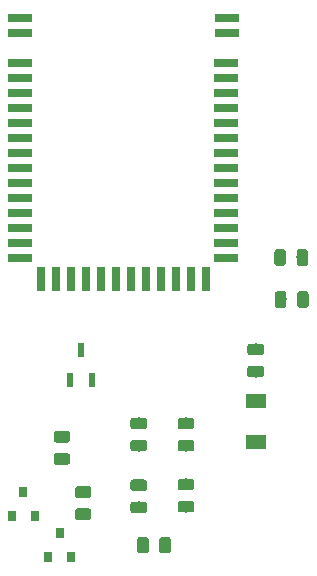
<source format=gbr>
G04 #@! TF.GenerationSoftware,KiCad,Pcbnew,(5.1.2-1)-1*
G04 #@! TF.CreationDate,2021-02-23T18:56:46+01:00*
G04 #@! TF.ProjectId,parasite,70617261-7369-4746-952e-6b696361645f,1.1.0*
G04 #@! TF.SameCoordinates,Original*
G04 #@! TF.FileFunction,Paste,Top*
G04 #@! TF.FilePolarity,Positive*
%FSLAX46Y46*%
G04 Gerber Fmt 4.6, Leading zero omitted, Abs format (unit mm)*
G04 Created by KiCad (PCBNEW (5.1.2-1)-1) date 2021-02-23 18:56:46*
%MOMM*%
%LPD*%
G04 APERTURE LIST*
%ADD10R,2.000000X0.800000*%
%ADD11R,0.800000X2.000000*%
%ADD12R,0.590000X1.210000*%
%ADD13C,0.100000*%
%ADD14C,0.975000*%
%ADD15R,0.800000X0.900000*%
%ADD16R,1.700000X1.300000*%
G04 APERTURE END LIST*
D10*
X124150000Y-50155000D03*
X124150000Y-48885000D03*
X124130000Y-52695000D03*
X124130000Y-53965000D03*
X124130000Y-55235000D03*
X124130000Y-56505000D03*
X124130000Y-57775000D03*
X124130000Y-59045000D03*
X124130000Y-60315000D03*
X124130000Y-61585000D03*
X124130000Y-62855000D03*
X124130000Y-64125000D03*
X124130000Y-65395000D03*
X124130000Y-66665000D03*
X124130000Y-67935000D03*
X124130000Y-69205000D03*
D11*
X122385000Y-70950000D03*
X121115000Y-70950000D03*
X119845000Y-70950000D03*
X118575000Y-70950000D03*
X117305000Y-70950000D03*
X116035000Y-70950000D03*
X114765000Y-70950000D03*
X113495000Y-70950000D03*
X112225000Y-70950000D03*
X110955000Y-70950000D03*
X109685000Y-70950000D03*
X108415000Y-70950000D03*
D10*
X106670000Y-69205000D03*
X106670000Y-67935000D03*
X106670000Y-66665000D03*
X106670000Y-65395000D03*
X106670000Y-64125000D03*
X106670000Y-62855000D03*
X106670000Y-61585000D03*
X106670000Y-60315000D03*
X106670000Y-59045000D03*
X106670000Y-57775000D03*
X106670000Y-56505000D03*
X106670000Y-55235000D03*
X106670000Y-53965000D03*
X106670000Y-52695000D03*
X106650000Y-50155000D03*
X106650000Y-48885000D03*
D12*
X111840000Y-76985000D03*
X112790000Y-79495000D03*
X110890000Y-79495000D03*
D13*
G36*
X130867642Y-72001174D02*
G01*
X130891303Y-72004684D01*
X130914507Y-72010496D01*
X130937029Y-72018554D01*
X130958653Y-72028782D01*
X130979170Y-72041079D01*
X130998383Y-72055329D01*
X131016107Y-72071393D01*
X131032171Y-72089117D01*
X131046421Y-72108330D01*
X131058718Y-72128847D01*
X131068946Y-72150471D01*
X131077004Y-72172993D01*
X131082816Y-72196197D01*
X131086326Y-72219858D01*
X131087500Y-72243750D01*
X131087500Y-73156250D01*
X131086326Y-73180142D01*
X131082816Y-73203803D01*
X131077004Y-73227007D01*
X131068946Y-73249529D01*
X131058718Y-73271153D01*
X131046421Y-73291670D01*
X131032171Y-73310883D01*
X131016107Y-73328607D01*
X130998383Y-73344671D01*
X130979170Y-73358921D01*
X130958653Y-73371218D01*
X130937029Y-73381446D01*
X130914507Y-73389504D01*
X130891303Y-73395316D01*
X130867642Y-73398826D01*
X130843750Y-73400000D01*
X130356250Y-73400000D01*
X130332358Y-73398826D01*
X130308697Y-73395316D01*
X130285493Y-73389504D01*
X130262971Y-73381446D01*
X130241347Y-73371218D01*
X130220830Y-73358921D01*
X130201617Y-73344671D01*
X130183893Y-73328607D01*
X130167829Y-73310883D01*
X130153579Y-73291670D01*
X130141282Y-73271153D01*
X130131054Y-73249529D01*
X130122996Y-73227007D01*
X130117184Y-73203803D01*
X130113674Y-73180142D01*
X130112500Y-73156250D01*
X130112500Y-72243750D01*
X130113674Y-72219858D01*
X130117184Y-72196197D01*
X130122996Y-72172993D01*
X130131054Y-72150471D01*
X130141282Y-72128847D01*
X130153579Y-72108330D01*
X130167829Y-72089117D01*
X130183893Y-72071393D01*
X130201617Y-72055329D01*
X130220830Y-72041079D01*
X130241347Y-72028782D01*
X130262971Y-72018554D01*
X130285493Y-72010496D01*
X130308697Y-72004684D01*
X130332358Y-72001174D01*
X130356250Y-72000000D01*
X130843750Y-72000000D01*
X130867642Y-72001174D01*
X130867642Y-72001174D01*
G37*
D14*
X130600000Y-72700000D03*
D13*
G36*
X128992642Y-72001174D02*
G01*
X129016303Y-72004684D01*
X129039507Y-72010496D01*
X129062029Y-72018554D01*
X129083653Y-72028782D01*
X129104170Y-72041079D01*
X129123383Y-72055329D01*
X129141107Y-72071393D01*
X129157171Y-72089117D01*
X129171421Y-72108330D01*
X129183718Y-72128847D01*
X129193946Y-72150471D01*
X129202004Y-72172993D01*
X129207816Y-72196197D01*
X129211326Y-72219858D01*
X129212500Y-72243750D01*
X129212500Y-73156250D01*
X129211326Y-73180142D01*
X129207816Y-73203803D01*
X129202004Y-73227007D01*
X129193946Y-73249529D01*
X129183718Y-73271153D01*
X129171421Y-73291670D01*
X129157171Y-73310883D01*
X129141107Y-73328607D01*
X129123383Y-73344671D01*
X129104170Y-73358921D01*
X129083653Y-73371218D01*
X129062029Y-73381446D01*
X129039507Y-73389504D01*
X129016303Y-73395316D01*
X128992642Y-73398826D01*
X128968750Y-73400000D01*
X128481250Y-73400000D01*
X128457358Y-73398826D01*
X128433697Y-73395316D01*
X128410493Y-73389504D01*
X128387971Y-73381446D01*
X128366347Y-73371218D01*
X128345830Y-73358921D01*
X128326617Y-73344671D01*
X128308893Y-73328607D01*
X128292829Y-73310883D01*
X128278579Y-73291670D01*
X128266282Y-73271153D01*
X128256054Y-73249529D01*
X128247996Y-73227007D01*
X128242184Y-73203803D01*
X128238674Y-73180142D01*
X128237500Y-73156250D01*
X128237500Y-72243750D01*
X128238674Y-72219858D01*
X128242184Y-72196197D01*
X128247996Y-72172993D01*
X128256054Y-72150471D01*
X128266282Y-72128847D01*
X128278579Y-72108330D01*
X128292829Y-72089117D01*
X128308893Y-72071393D01*
X128326617Y-72055329D01*
X128345830Y-72041079D01*
X128366347Y-72028782D01*
X128387971Y-72018554D01*
X128410493Y-72010496D01*
X128433697Y-72004684D01*
X128457358Y-72001174D01*
X128481250Y-72000000D01*
X128968750Y-72000000D01*
X128992642Y-72001174D01*
X128992642Y-72001174D01*
G37*
D14*
X128725000Y-72700000D03*
D13*
G36*
X130825142Y-68446174D02*
G01*
X130848803Y-68449684D01*
X130872007Y-68455496D01*
X130894529Y-68463554D01*
X130916153Y-68473782D01*
X130936670Y-68486079D01*
X130955883Y-68500329D01*
X130973607Y-68516393D01*
X130989671Y-68534117D01*
X131003921Y-68553330D01*
X131016218Y-68573847D01*
X131026446Y-68595471D01*
X131034504Y-68617993D01*
X131040316Y-68641197D01*
X131043826Y-68664858D01*
X131045000Y-68688750D01*
X131045000Y-69601250D01*
X131043826Y-69625142D01*
X131040316Y-69648803D01*
X131034504Y-69672007D01*
X131026446Y-69694529D01*
X131016218Y-69716153D01*
X131003921Y-69736670D01*
X130989671Y-69755883D01*
X130973607Y-69773607D01*
X130955883Y-69789671D01*
X130936670Y-69803921D01*
X130916153Y-69816218D01*
X130894529Y-69826446D01*
X130872007Y-69834504D01*
X130848803Y-69840316D01*
X130825142Y-69843826D01*
X130801250Y-69845000D01*
X130313750Y-69845000D01*
X130289858Y-69843826D01*
X130266197Y-69840316D01*
X130242993Y-69834504D01*
X130220471Y-69826446D01*
X130198847Y-69816218D01*
X130178330Y-69803921D01*
X130159117Y-69789671D01*
X130141393Y-69773607D01*
X130125329Y-69755883D01*
X130111079Y-69736670D01*
X130098782Y-69716153D01*
X130088554Y-69694529D01*
X130080496Y-69672007D01*
X130074684Y-69648803D01*
X130071174Y-69625142D01*
X130070000Y-69601250D01*
X130070000Y-68688750D01*
X130071174Y-68664858D01*
X130074684Y-68641197D01*
X130080496Y-68617993D01*
X130088554Y-68595471D01*
X130098782Y-68573847D01*
X130111079Y-68553330D01*
X130125329Y-68534117D01*
X130141393Y-68516393D01*
X130159117Y-68500329D01*
X130178330Y-68486079D01*
X130198847Y-68473782D01*
X130220471Y-68463554D01*
X130242993Y-68455496D01*
X130266197Y-68449684D01*
X130289858Y-68446174D01*
X130313750Y-68445000D01*
X130801250Y-68445000D01*
X130825142Y-68446174D01*
X130825142Y-68446174D01*
G37*
D14*
X130557500Y-69145000D03*
D13*
G36*
X128950142Y-68446174D02*
G01*
X128973803Y-68449684D01*
X128997007Y-68455496D01*
X129019529Y-68463554D01*
X129041153Y-68473782D01*
X129061670Y-68486079D01*
X129080883Y-68500329D01*
X129098607Y-68516393D01*
X129114671Y-68534117D01*
X129128921Y-68553330D01*
X129141218Y-68573847D01*
X129151446Y-68595471D01*
X129159504Y-68617993D01*
X129165316Y-68641197D01*
X129168826Y-68664858D01*
X129170000Y-68688750D01*
X129170000Y-69601250D01*
X129168826Y-69625142D01*
X129165316Y-69648803D01*
X129159504Y-69672007D01*
X129151446Y-69694529D01*
X129141218Y-69716153D01*
X129128921Y-69736670D01*
X129114671Y-69755883D01*
X129098607Y-69773607D01*
X129080883Y-69789671D01*
X129061670Y-69803921D01*
X129041153Y-69816218D01*
X129019529Y-69826446D01*
X128997007Y-69834504D01*
X128973803Y-69840316D01*
X128950142Y-69843826D01*
X128926250Y-69845000D01*
X128438750Y-69845000D01*
X128414858Y-69843826D01*
X128391197Y-69840316D01*
X128367993Y-69834504D01*
X128345471Y-69826446D01*
X128323847Y-69816218D01*
X128303330Y-69803921D01*
X128284117Y-69789671D01*
X128266393Y-69773607D01*
X128250329Y-69755883D01*
X128236079Y-69736670D01*
X128223782Y-69716153D01*
X128213554Y-69694529D01*
X128205496Y-69672007D01*
X128199684Y-69648803D01*
X128196174Y-69625142D01*
X128195000Y-69601250D01*
X128195000Y-68688750D01*
X128196174Y-68664858D01*
X128199684Y-68641197D01*
X128205496Y-68617993D01*
X128213554Y-68595471D01*
X128223782Y-68573847D01*
X128236079Y-68553330D01*
X128250329Y-68534117D01*
X128266393Y-68516393D01*
X128284117Y-68500329D01*
X128303330Y-68486079D01*
X128323847Y-68473782D01*
X128345471Y-68463554D01*
X128367993Y-68455496D01*
X128391197Y-68449684D01*
X128414858Y-68446174D01*
X128438750Y-68445000D01*
X128926250Y-68445000D01*
X128950142Y-68446174D01*
X128950142Y-68446174D01*
G37*
D14*
X128682500Y-69145000D03*
D15*
X110000000Y-92500000D03*
X110950000Y-94500000D03*
X109050000Y-94500000D03*
X106950000Y-89000000D03*
X107900000Y-91000000D03*
X106000000Y-91000000D03*
D13*
G36*
X119205142Y-92801174D02*
G01*
X119228803Y-92804684D01*
X119252007Y-92810496D01*
X119274529Y-92818554D01*
X119296153Y-92828782D01*
X119316670Y-92841079D01*
X119335883Y-92855329D01*
X119353607Y-92871393D01*
X119369671Y-92889117D01*
X119383921Y-92908330D01*
X119396218Y-92928847D01*
X119406446Y-92950471D01*
X119414504Y-92972993D01*
X119420316Y-92996197D01*
X119423826Y-93019858D01*
X119425000Y-93043750D01*
X119425000Y-93956250D01*
X119423826Y-93980142D01*
X119420316Y-94003803D01*
X119414504Y-94027007D01*
X119406446Y-94049529D01*
X119396218Y-94071153D01*
X119383921Y-94091670D01*
X119369671Y-94110883D01*
X119353607Y-94128607D01*
X119335883Y-94144671D01*
X119316670Y-94158921D01*
X119296153Y-94171218D01*
X119274529Y-94181446D01*
X119252007Y-94189504D01*
X119228803Y-94195316D01*
X119205142Y-94198826D01*
X119181250Y-94200000D01*
X118693750Y-94200000D01*
X118669858Y-94198826D01*
X118646197Y-94195316D01*
X118622993Y-94189504D01*
X118600471Y-94181446D01*
X118578847Y-94171218D01*
X118558330Y-94158921D01*
X118539117Y-94144671D01*
X118521393Y-94128607D01*
X118505329Y-94110883D01*
X118491079Y-94091670D01*
X118478782Y-94071153D01*
X118468554Y-94049529D01*
X118460496Y-94027007D01*
X118454684Y-94003803D01*
X118451174Y-93980142D01*
X118450000Y-93956250D01*
X118450000Y-93043750D01*
X118451174Y-93019858D01*
X118454684Y-92996197D01*
X118460496Y-92972993D01*
X118468554Y-92950471D01*
X118478782Y-92928847D01*
X118491079Y-92908330D01*
X118505329Y-92889117D01*
X118521393Y-92871393D01*
X118539117Y-92855329D01*
X118558330Y-92841079D01*
X118578847Y-92828782D01*
X118600471Y-92818554D01*
X118622993Y-92810496D01*
X118646197Y-92804684D01*
X118669858Y-92801174D01*
X118693750Y-92800000D01*
X119181250Y-92800000D01*
X119205142Y-92801174D01*
X119205142Y-92801174D01*
G37*
D14*
X118937500Y-93500000D03*
D13*
G36*
X117330142Y-92801174D02*
G01*
X117353803Y-92804684D01*
X117377007Y-92810496D01*
X117399529Y-92818554D01*
X117421153Y-92828782D01*
X117441670Y-92841079D01*
X117460883Y-92855329D01*
X117478607Y-92871393D01*
X117494671Y-92889117D01*
X117508921Y-92908330D01*
X117521218Y-92928847D01*
X117531446Y-92950471D01*
X117539504Y-92972993D01*
X117545316Y-92996197D01*
X117548826Y-93019858D01*
X117550000Y-93043750D01*
X117550000Y-93956250D01*
X117548826Y-93980142D01*
X117545316Y-94003803D01*
X117539504Y-94027007D01*
X117531446Y-94049529D01*
X117521218Y-94071153D01*
X117508921Y-94091670D01*
X117494671Y-94110883D01*
X117478607Y-94128607D01*
X117460883Y-94144671D01*
X117441670Y-94158921D01*
X117421153Y-94171218D01*
X117399529Y-94181446D01*
X117377007Y-94189504D01*
X117353803Y-94195316D01*
X117330142Y-94198826D01*
X117306250Y-94200000D01*
X116818750Y-94200000D01*
X116794858Y-94198826D01*
X116771197Y-94195316D01*
X116747993Y-94189504D01*
X116725471Y-94181446D01*
X116703847Y-94171218D01*
X116683330Y-94158921D01*
X116664117Y-94144671D01*
X116646393Y-94128607D01*
X116630329Y-94110883D01*
X116616079Y-94091670D01*
X116603782Y-94071153D01*
X116593554Y-94049529D01*
X116585496Y-94027007D01*
X116579684Y-94003803D01*
X116576174Y-93980142D01*
X116575000Y-93956250D01*
X116575000Y-93043750D01*
X116576174Y-93019858D01*
X116579684Y-92996197D01*
X116585496Y-92972993D01*
X116593554Y-92950471D01*
X116603782Y-92928847D01*
X116616079Y-92908330D01*
X116630329Y-92889117D01*
X116646393Y-92871393D01*
X116664117Y-92855329D01*
X116683330Y-92841079D01*
X116703847Y-92828782D01*
X116725471Y-92818554D01*
X116747993Y-92810496D01*
X116771197Y-92804684D01*
X116794858Y-92801174D01*
X116818750Y-92800000D01*
X117306250Y-92800000D01*
X117330142Y-92801174D01*
X117330142Y-92801174D01*
G37*
D14*
X117062500Y-93500000D03*
D13*
G36*
X121180142Y-82713674D02*
G01*
X121203803Y-82717184D01*
X121227007Y-82722996D01*
X121249529Y-82731054D01*
X121271153Y-82741282D01*
X121291670Y-82753579D01*
X121310883Y-82767829D01*
X121328607Y-82783893D01*
X121344671Y-82801617D01*
X121358921Y-82820830D01*
X121371218Y-82841347D01*
X121381446Y-82862971D01*
X121389504Y-82885493D01*
X121395316Y-82908697D01*
X121398826Y-82932358D01*
X121400000Y-82956250D01*
X121400000Y-83443750D01*
X121398826Y-83467642D01*
X121395316Y-83491303D01*
X121389504Y-83514507D01*
X121381446Y-83537029D01*
X121371218Y-83558653D01*
X121358921Y-83579170D01*
X121344671Y-83598383D01*
X121328607Y-83616107D01*
X121310883Y-83632171D01*
X121291670Y-83646421D01*
X121271153Y-83658718D01*
X121249529Y-83668946D01*
X121227007Y-83677004D01*
X121203803Y-83682816D01*
X121180142Y-83686326D01*
X121156250Y-83687500D01*
X120243750Y-83687500D01*
X120219858Y-83686326D01*
X120196197Y-83682816D01*
X120172993Y-83677004D01*
X120150471Y-83668946D01*
X120128847Y-83658718D01*
X120108330Y-83646421D01*
X120089117Y-83632171D01*
X120071393Y-83616107D01*
X120055329Y-83598383D01*
X120041079Y-83579170D01*
X120028782Y-83558653D01*
X120018554Y-83537029D01*
X120010496Y-83514507D01*
X120004684Y-83491303D01*
X120001174Y-83467642D01*
X120000000Y-83443750D01*
X120000000Y-82956250D01*
X120001174Y-82932358D01*
X120004684Y-82908697D01*
X120010496Y-82885493D01*
X120018554Y-82862971D01*
X120028782Y-82841347D01*
X120041079Y-82820830D01*
X120055329Y-82801617D01*
X120071393Y-82783893D01*
X120089117Y-82767829D01*
X120108330Y-82753579D01*
X120128847Y-82741282D01*
X120150471Y-82731054D01*
X120172993Y-82722996D01*
X120196197Y-82717184D01*
X120219858Y-82713674D01*
X120243750Y-82712500D01*
X121156250Y-82712500D01*
X121180142Y-82713674D01*
X121180142Y-82713674D01*
G37*
D14*
X120700000Y-83200000D03*
D13*
G36*
X121180142Y-84588674D02*
G01*
X121203803Y-84592184D01*
X121227007Y-84597996D01*
X121249529Y-84606054D01*
X121271153Y-84616282D01*
X121291670Y-84628579D01*
X121310883Y-84642829D01*
X121328607Y-84658893D01*
X121344671Y-84676617D01*
X121358921Y-84695830D01*
X121371218Y-84716347D01*
X121381446Y-84737971D01*
X121389504Y-84760493D01*
X121395316Y-84783697D01*
X121398826Y-84807358D01*
X121400000Y-84831250D01*
X121400000Y-85318750D01*
X121398826Y-85342642D01*
X121395316Y-85366303D01*
X121389504Y-85389507D01*
X121381446Y-85412029D01*
X121371218Y-85433653D01*
X121358921Y-85454170D01*
X121344671Y-85473383D01*
X121328607Y-85491107D01*
X121310883Y-85507171D01*
X121291670Y-85521421D01*
X121271153Y-85533718D01*
X121249529Y-85543946D01*
X121227007Y-85552004D01*
X121203803Y-85557816D01*
X121180142Y-85561326D01*
X121156250Y-85562500D01*
X120243750Y-85562500D01*
X120219858Y-85561326D01*
X120196197Y-85557816D01*
X120172993Y-85552004D01*
X120150471Y-85543946D01*
X120128847Y-85533718D01*
X120108330Y-85521421D01*
X120089117Y-85507171D01*
X120071393Y-85491107D01*
X120055329Y-85473383D01*
X120041079Y-85454170D01*
X120028782Y-85433653D01*
X120018554Y-85412029D01*
X120010496Y-85389507D01*
X120004684Y-85366303D01*
X120001174Y-85342642D01*
X120000000Y-85318750D01*
X120000000Y-84831250D01*
X120001174Y-84807358D01*
X120004684Y-84783697D01*
X120010496Y-84760493D01*
X120018554Y-84737971D01*
X120028782Y-84716347D01*
X120041079Y-84695830D01*
X120055329Y-84676617D01*
X120071393Y-84658893D01*
X120089117Y-84642829D01*
X120108330Y-84628579D01*
X120128847Y-84616282D01*
X120150471Y-84606054D01*
X120172993Y-84597996D01*
X120196197Y-84592184D01*
X120219858Y-84588674D01*
X120243750Y-84587500D01*
X121156250Y-84587500D01*
X121180142Y-84588674D01*
X121180142Y-84588674D01*
G37*
D14*
X120700000Y-85075000D03*
D16*
X126600000Y-84800000D03*
X126600000Y-81300000D03*
D13*
G36*
X127080142Y-76438674D02*
G01*
X127103803Y-76442184D01*
X127127007Y-76447996D01*
X127149529Y-76456054D01*
X127171153Y-76466282D01*
X127191670Y-76478579D01*
X127210883Y-76492829D01*
X127228607Y-76508893D01*
X127244671Y-76526617D01*
X127258921Y-76545830D01*
X127271218Y-76566347D01*
X127281446Y-76587971D01*
X127289504Y-76610493D01*
X127295316Y-76633697D01*
X127298826Y-76657358D01*
X127300000Y-76681250D01*
X127300000Y-77168750D01*
X127298826Y-77192642D01*
X127295316Y-77216303D01*
X127289504Y-77239507D01*
X127281446Y-77262029D01*
X127271218Y-77283653D01*
X127258921Y-77304170D01*
X127244671Y-77323383D01*
X127228607Y-77341107D01*
X127210883Y-77357171D01*
X127191670Y-77371421D01*
X127171153Y-77383718D01*
X127149529Y-77393946D01*
X127127007Y-77402004D01*
X127103803Y-77407816D01*
X127080142Y-77411326D01*
X127056250Y-77412500D01*
X126143750Y-77412500D01*
X126119858Y-77411326D01*
X126096197Y-77407816D01*
X126072993Y-77402004D01*
X126050471Y-77393946D01*
X126028847Y-77383718D01*
X126008330Y-77371421D01*
X125989117Y-77357171D01*
X125971393Y-77341107D01*
X125955329Y-77323383D01*
X125941079Y-77304170D01*
X125928782Y-77283653D01*
X125918554Y-77262029D01*
X125910496Y-77239507D01*
X125904684Y-77216303D01*
X125901174Y-77192642D01*
X125900000Y-77168750D01*
X125900000Y-76681250D01*
X125901174Y-76657358D01*
X125904684Y-76633697D01*
X125910496Y-76610493D01*
X125918554Y-76587971D01*
X125928782Y-76566347D01*
X125941079Y-76545830D01*
X125955329Y-76526617D01*
X125971393Y-76508893D01*
X125989117Y-76492829D01*
X126008330Y-76478579D01*
X126028847Y-76466282D01*
X126050471Y-76456054D01*
X126072993Y-76447996D01*
X126096197Y-76442184D01*
X126119858Y-76438674D01*
X126143750Y-76437500D01*
X127056250Y-76437500D01*
X127080142Y-76438674D01*
X127080142Y-76438674D01*
G37*
D14*
X126600000Y-76925000D03*
D13*
G36*
X127080142Y-78313674D02*
G01*
X127103803Y-78317184D01*
X127127007Y-78322996D01*
X127149529Y-78331054D01*
X127171153Y-78341282D01*
X127191670Y-78353579D01*
X127210883Y-78367829D01*
X127228607Y-78383893D01*
X127244671Y-78401617D01*
X127258921Y-78420830D01*
X127271218Y-78441347D01*
X127281446Y-78462971D01*
X127289504Y-78485493D01*
X127295316Y-78508697D01*
X127298826Y-78532358D01*
X127300000Y-78556250D01*
X127300000Y-79043750D01*
X127298826Y-79067642D01*
X127295316Y-79091303D01*
X127289504Y-79114507D01*
X127281446Y-79137029D01*
X127271218Y-79158653D01*
X127258921Y-79179170D01*
X127244671Y-79198383D01*
X127228607Y-79216107D01*
X127210883Y-79232171D01*
X127191670Y-79246421D01*
X127171153Y-79258718D01*
X127149529Y-79268946D01*
X127127007Y-79277004D01*
X127103803Y-79282816D01*
X127080142Y-79286326D01*
X127056250Y-79287500D01*
X126143750Y-79287500D01*
X126119858Y-79286326D01*
X126096197Y-79282816D01*
X126072993Y-79277004D01*
X126050471Y-79268946D01*
X126028847Y-79258718D01*
X126008330Y-79246421D01*
X125989117Y-79232171D01*
X125971393Y-79216107D01*
X125955329Y-79198383D01*
X125941079Y-79179170D01*
X125928782Y-79158653D01*
X125918554Y-79137029D01*
X125910496Y-79114507D01*
X125904684Y-79091303D01*
X125901174Y-79067642D01*
X125900000Y-79043750D01*
X125900000Y-78556250D01*
X125901174Y-78532358D01*
X125904684Y-78508697D01*
X125910496Y-78485493D01*
X125918554Y-78462971D01*
X125928782Y-78441347D01*
X125941079Y-78420830D01*
X125955329Y-78401617D01*
X125971393Y-78383893D01*
X125989117Y-78367829D01*
X126008330Y-78353579D01*
X126028847Y-78341282D01*
X126050471Y-78331054D01*
X126072993Y-78322996D01*
X126096197Y-78317184D01*
X126119858Y-78313674D01*
X126143750Y-78312500D01*
X127056250Y-78312500D01*
X127080142Y-78313674D01*
X127080142Y-78313674D01*
G37*
D14*
X126600000Y-78800000D03*
D13*
G36*
X110680142Y-83838674D02*
G01*
X110703803Y-83842184D01*
X110727007Y-83847996D01*
X110749529Y-83856054D01*
X110771153Y-83866282D01*
X110791670Y-83878579D01*
X110810883Y-83892829D01*
X110828607Y-83908893D01*
X110844671Y-83926617D01*
X110858921Y-83945830D01*
X110871218Y-83966347D01*
X110881446Y-83987971D01*
X110889504Y-84010493D01*
X110895316Y-84033697D01*
X110898826Y-84057358D01*
X110900000Y-84081250D01*
X110900000Y-84568750D01*
X110898826Y-84592642D01*
X110895316Y-84616303D01*
X110889504Y-84639507D01*
X110881446Y-84662029D01*
X110871218Y-84683653D01*
X110858921Y-84704170D01*
X110844671Y-84723383D01*
X110828607Y-84741107D01*
X110810883Y-84757171D01*
X110791670Y-84771421D01*
X110771153Y-84783718D01*
X110749529Y-84793946D01*
X110727007Y-84802004D01*
X110703803Y-84807816D01*
X110680142Y-84811326D01*
X110656250Y-84812500D01*
X109743750Y-84812500D01*
X109719858Y-84811326D01*
X109696197Y-84807816D01*
X109672993Y-84802004D01*
X109650471Y-84793946D01*
X109628847Y-84783718D01*
X109608330Y-84771421D01*
X109589117Y-84757171D01*
X109571393Y-84741107D01*
X109555329Y-84723383D01*
X109541079Y-84704170D01*
X109528782Y-84683653D01*
X109518554Y-84662029D01*
X109510496Y-84639507D01*
X109504684Y-84616303D01*
X109501174Y-84592642D01*
X109500000Y-84568750D01*
X109500000Y-84081250D01*
X109501174Y-84057358D01*
X109504684Y-84033697D01*
X109510496Y-84010493D01*
X109518554Y-83987971D01*
X109528782Y-83966347D01*
X109541079Y-83945830D01*
X109555329Y-83926617D01*
X109571393Y-83908893D01*
X109589117Y-83892829D01*
X109608330Y-83878579D01*
X109628847Y-83866282D01*
X109650471Y-83856054D01*
X109672993Y-83847996D01*
X109696197Y-83842184D01*
X109719858Y-83838674D01*
X109743750Y-83837500D01*
X110656250Y-83837500D01*
X110680142Y-83838674D01*
X110680142Y-83838674D01*
G37*
D14*
X110200000Y-84325000D03*
D13*
G36*
X110680142Y-85713674D02*
G01*
X110703803Y-85717184D01*
X110727007Y-85722996D01*
X110749529Y-85731054D01*
X110771153Y-85741282D01*
X110791670Y-85753579D01*
X110810883Y-85767829D01*
X110828607Y-85783893D01*
X110844671Y-85801617D01*
X110858921Y-85820830D01*
X110871218Y-85841347D01*
X110881446Y-85862971D01*
X110889504Y-85885493D01*
X110895316Y-85908697D01*
X110898826Y-85932358D01*
X110900000Y-85956250D01*
X110900000Y-86443750D01*
X110898826Y-86467642D01*
X110895316Y-86491303D01*
X110889504Y-86514507D01*
X110881446Y-86537029D01*
X110871218Y-86558653D01*
X110858921Y-86579170D01*
X110844671Y-86598383D01*
X110828607Y-86616107D01*
X110810883Y-86632171D01*
X110791670Y-86646421D01*
X110771153Y-86658718D01*
X110749529Y-86668946D01*
X110727007Y-86677004D01*
X110703803Y-86682816D01*
X110680142Y-86686326D01*
X110656250Y-86687500D01*
X109743750Y-86687500D01*
X109719858Y-86686326D01*
X109696197Y-86682816D01*
X109672993Y-86677004D01*
X109650471Y-86668946D01*
X109628847Y-86658718D01*
X109608330Y-86646421D01*
X109589117Y-86632171D01*
X109571393Y-86616107D01*
X109555329Y-86598383D01*
X109541079Y-86579170D01*
X109528782Y-86558653D01*
X109518554Y-86537029D01*
X109510496Y-86514507D01*
X109504684Y-86491303D01*
X109501174Y-86467642D01*
X109500000Y-86443750D01*
X109500000Y-85956250D01*
X109501174Y-85932358D01*
X109504684Y-85908697D01*
X109510496Y-85885493D01*
X109518554Y-85862971D01*
X109528782Y-85841347D01*
X109541079Y-85820830D01*
X109555329Y-85801617D01*
X109571393Y-85783893D01*
X109589117Y-85767829D01*
X109608330Y-85753579D01*
X109628847Y-85741282D01*
X109650471Y-85731054D01*
X109672993Y-85722996D01*
X109696197Y-85717184D01*
X109719858Y-85713674D01*
X109743750Y-85712500D01*
X110656250Y-85712500D01*
X110680142Y-85713674D01*
X110680142Y-85713674D01*
G37*
D14*
X110200000Y-86200000D03*
D13*
G36*
X121180142Y-87876174D02*
G01*
X121203803Y-87879684D01*
X121227007Y-87885496D01*
X121249529Y-87893554D01*
X121271153Y-87903782D01*
X121291670Y-87916079D01*
X121310883Y-87930329D01*
X121328607Y-87946393D01*
X121344671Y-87964117D01*
X121358921Y-87983330D01*
X121371218Y-88003847D01*
X121381446Y-88025471D01*
X121389504Y-88047993D01*
X121395316Y-88071197D01*
X121398826Y-88094858D01*
X121400000Y-88118750D01*
X121400000Y-88606250D01*
X121398826Y-88630142D01*
X121395316Y-88653803D01*
X121389504Y-88677007D01*
X121381446Y-88699529D01*
X121371218Y-88721153D01*
X121358921Y-88741670D01*
X121344671Y-88760883D01*
X121328607Y-88778607D01*
X121310883Y-88794671D01*
X121291670Y-88808921D01*
X121271153Y-88821218D01*
X121249529Y-88831446D01*
X121227007Y-88839504D01*
X121203803Y-88845316D01*
X121180142Y-88848826D01*
X121156250Y-88850000D01*
X120243750Y-88850000D01*
X120219858Y-88848826D01*
X120196197Y-88845316D01*
X120172993Y-88839504D01*
X120150471Y-88831446D01*
X120128847Y-88821218D01*
X120108330Y-88808921D01*
X120089117Y-88794671D01*
X120071393Y-88778607D01*
X120055329Y-88760883D01*
X120041079Y-88741670D01*
X120028782Y-88721153D01*
X120018554Y-88699529D01*
X120010496Y-88677007D01*
X120004684Y-88653803D01*
X120001174Y-88630142D01*
X120000000Y-88606250D01*
X120000000Y-88118750D01*
X120001174Y-88094858D01*
X120004684Y-88071197D01*
X120010496Y-88047993D01*
X120018554Y-88025471D01*
X120028782Y-88003847D01*
X120041079Y-87983330D01*
X120055329Y-87964117D01*
X120071393Y-87946393D01*
X120089117Y-87930329D01*
X120108330Y-87916079D01*
X120128847Y-87903782D01*
X120150471Y-87893554D01*
X120172993Y-87885496D01*
X120196197Y-87879684D01*
X120219858Y-87876174D01*
X120243750Y-87875000D01*
X121156250Y-87875000D01*
X121180142Y-87876174D01*
X121180142Y-87876174D01*
G37*
D14*
X120700000Y-88362500D03*
D13*
G36*
X121180142Y-89751174D02*
G01*
X121203803Y-89754684D01*
X121227007Y-89760496D01*
X121249529Y-89768554D01*
X121271153Y-89778782D01*
X121291670Y-89791079D01*
X121310883Y-89805329D01*
X121328607Y-89821393D01*
X121344671Y-89839117D01*
X121358921Y-89858330D01*
X121371218Y-89878847D01*
X121381446Y-89900471D01*
X121389504Y-89922993D01*
X121395316Y-89946197D01*
X121398826Y-89969858D01*
X121400000Y-89993750D01*
X121400000Y-90481250D01*
X121398826Y-90505142D01*
X121395316Y-90528803D01*
X121389504Y-90552007D01*
X121381446Y-90574529D01*
X121371218Y-90596153D01*
X121358921Y-90616670D01*
X121344671Y-90635883D01*
X121328607Y-90653607D01*
X121310883Y-90669671D01*
X121291670Y-90683921D01*
X121271153Y-90696218D01*
X121249529Y-90706446D01*
X121227007Y-90714504D01*
X121203803Y-90720316D01*
X121180142Y-90723826D01*
X121156250Y-90725000D01*
X120243750Y-90725000D01*
X120219858Y-90723826D01*
X120196197Y-90720316D01*
X120172993Y-90714504D01*
X120150471Y-90706446D01*
X120128847Y-90696218D01*
X120108330Y-90683921D01*
X120089117Y-90669671D01*
X120071393Y-90653607D01*
X120055329Y-90635883D01*
X120041079Y-90616670D01*
X120028782Y-90596153D01*
X120018554Y-90574529D01*
X120010496Y-90552007D01*
X120004684Y-90528803D01*
X120001174Y-90505142D01*
X120000000Y-90481250D01*
X120000000Y-89993750D01*
X120001174Y-89969858D01*
X120004684Y-89946197D01*
X120010496Y-89922993D01*
X120018554Y-89900471D01*
X120028782Y-89878847D01*
X120041079Y-89858330D01*
X120055329Y-89839117D01*
X120071393Y-89821393D01*
X120089117Y-89805329D01*
X120108330Y-89791079D01*
X120128847Y-89778782D01*
X120150471Y-89768554D01*
X120172993Y-89760496D01*
X120196197Y-89754684D01*
X120219858Y-89751174D01*
X120243750Y-89750000D01*
X121156250Y-89750000D01*
X121180142Y-89751174D01*
X121180142Y-89751174D01*
G37*
D14*
X120700000Y-90237500D03*
D13*
G36*
X112480142Y-88513674D02*
G01*
X112503803Y-88517184D01*
X112527007Y-88522996D01*
X112549529Y-88531054D01*
X112571153Y-88541282D01*
X112591670Y-88553579D01*
X112610883Y-88567829D01*
X112628607Y-88583893D01*
X112644671Y-88601617D01*
X112658921Y-88620830D01*
X112671218Y-88641347D01*
X112681446Y-88662971D01*
X112689504Y-88685493D01*
X112695316Y-88708697D01*
X112698826Y-88732358D01*
X112700000Y-88756250D01*
X112700000Y-89243750D01*
X112698826Y-89267642D01*
X112695316Y-89291303D01*
X112689504Y-89314507D01*
X112681446Y-89337029D01*
X112671218Y-89358653D01*
X112658921Y-89379170D01*
X112644671Y-89398383D01*
X112628607Y-89416107D01*
X112610883Y-89432171D01*
X112591670Y-89446421D01*
X112571153Y-89458718D01*
X112549529Y-89468946D01*
X112527007Y-89477004D01*
X112503803Y-89482816D01*
X112480142Y-89486326D01*
X112456250Y-89487500D01*
X111543750Y-89487500D01*
X111519858Y-89486326D01*
X111496197Y-89482816D01*
X111472993Y-89477004D01*
X111450471Y-89468946D01*
X111428847Y-89458718D01*
X111408330Y-89446421D01*
X111389117Y-89432171D01*
X111371393Y-89416107D01*
X111355329Y-89398383D01*
X111341079Y-89379170D01*
X111328782Y-89358653D01*
X111318554Y-89337029D01*
X111310496Y-89314507D01*
X111304684Y-89291303D01*
X111301174Y-89267642D01*
X111300000Y-89243750D01*
X111300000Y-88756250D01*
X111301174Y-88732358D01*
X111304684Y-88708697D01*
X111310496Y-88685493D01*
X111318554Y-88662971D01*
X111328782Y-88641347D01*
X111341079Y-88620830D01*
X111355329Y-88601617D01*
X111371393Y-88583893D01*
X111389117Y-88567829D01*
X111408330Y-88553579D01*
X111428847Y-88541282D01*
X111450471Y-88531054D01*
X111472993Y-88522996D01*
X111496197Y-88517184D01*
X111519858Y-88513674D01*
X111543750Y-88512500D01*
X112456250Y-88512500D01*
X112480142Y-88513674D01*
X112480142Y-88513674D01*
G37*
D14*
X112000000Y-89000000D03*
D13*
G36*
X112480142Y-90388674D02*
G01*
X112503803Y-90392184D01*
X112527007Y-90397996D01*
X112549529Y-90406054D01*
X112571153Y-90416282D01*
X112591670Y-90428579D01*
X112610883Y-90442829D01*
X112628607Y-90458893D01*
X112644671Y-90476617D01*
X112658921Y-90495830D01*
X112671218Y-90516347D01*
X112681446Y-90537971D01*
X112689504Y-90560493D01*
X112695316Y-90583697D01*
X112698826Y-90607358D01*
X112700000Y-90631250D01*
X112700000Y-91118750D01*
X112698826Y-91142642D01*
X112695316Y-91166303D01*
X112689504Y-91189507D01*
X112681446Y-91212029D01*
X112671218Y-91233653D01*
X112658921Y-91254170D01*
X112644671Y-91273383D01*
X112628607Y-91291107D01*
X112610883Y-91307171D01*
X112591670Y-91321421D01*
X112571153Y-91333718D01*
X112549529Y-91343946D01*
X112527007Y-91352004D01*
X112503803Y-91357816D01*
X112480142Y-91361326D01*
X112456250Y-91362500D01*
X111543750Y-91362500D01*
X111519858Y-91361326D01*
X111496197Y-91357816D01*
X111472993Y-91352004D01*
X111450471Y-91343946D01*
X111428847Y-91333718D01*
X111408330Y-91321421D01*
X111389117Y-91307171D01*
X111371393Y-91291107D01*
X111355329Y-91273383D01*
X111341079Y-91254170D01*
X111328782Y-91233653D01*
X111318554Y-91212029D01*
X111310496Y-91189507D01*
X111304684Y-91166303D01*
X111301174Y-91142642D01*
X111300000Y-91118750D01*
X111300000Y-90631250D01*
X111301174Y-90607358D01*
X111304684Y-90583697D01*
X111310496Y-90560493D01*
X111318554Y-90537971D01*
X111328782Y-90516347D01*
X111341079Y-90495830D01*
X111355329Y-90476617D01*
X111371393Y-90458893D01*
X111389117Y-90442829D01*
X111408330Y-90428579D01*
X111428847Y-90416282D01*
X111450471Y-90406054D01*
X111472993Y-90397996D01*
X111496197Y-90392184D01*
X111519858Y-90388674D01*
X111543750Y-90387500D01*
X112456250Y-90387500D01*
X112480142Y-90388674D01*
X112480142Y-90388674D01*
G37*
D14*
X112000000Y-90875000D03*
D13*
G36*
X117180142Y-84588674D02*
G01*
X117203803Y-84592184D01*
X117227007Y-84597996D01*
X117249529Y-84606054D01*
X117271153Y-84616282D01*
X117291670Y-84628579D01*
X117310883Y-84642829D01*
X117328607Y-84658893D01*
X117344671Y-84676617D01*
X117358921Y-84695830D01*
X117371218Y-84716347D01*
X117381446Y-84737971D01*
X117389504Y-84760493D01*
X117395316Y-84783697D01*
X117398826Y-84807358D01*
X117400000Y-84831250D01*
X117400000Y-85318750D01*
X117398826Y-85342642D01*
X117395316Y-85366303D01*
X117389504Y-85389507D01*
X117381446Y-85412029D01*
X117371218Y-85433653D01*
X117358921Y-85454170D01*
X117344671Y-85473383D01*
X117328607Y-85491107D01*
X117310883Y-85507171D01*
X117291670Y-85521421D01*
X117271153Y-85533718D01*
X117249529Y-85543946D01*
X117227007Y-85552004D01*
X117203803Y-85557816D01*
X117180142Y-85561326D01*
X117156250Y-85562500D01*
X116243750Y-85562500D01*
X116219858Y-85561326D01*
X116196197Y-85557816D01*
X116172993Y-85552004D01*
X116150471Y-85543946D01*
X116128847Y-85533718D01*
X116108330Y-85521421D01*
X116089117Y-85507171D01*
X116071393Y-85491107D01*
X116055329Y-85473383D01*
X116041079Y-85454170D01*
X116028782Y-85433653D01*
X116018554Y-85412029D01*
X116010496Y-85389507D01*
X116004684Y-85366303D01*
X116001174Y-85342642D01*
X116000000Y-85318750D01*
X116000000Y-84831250D01*
X116001174Y-84807358D01*
X116004684Y-84783697D01*
X116010496Y-84760493D01*
X116018554Y-84737971D01*
X116028782Y-84716347D01*
X116041079Y-84695830D01*
X116055329Y-84676617D01*
X116071393Y-84658893D01*
X116089117Y-84642829D01*
X116108330Y-84628579D01*
X116128847Y-84616282D01*
X116150471Y-84606054D01*
X116172993Y-84597996D01*
X116196197Y-84592184D01*
X116219858Y-84588674D01*
X116243750Y-84587500D01*
X117156250Y-84587500D01*
X117180142Y-84588674D01*
X117180142Y-84588674D01*
G37*
D14*
X116700000Y-85075000D03*
D13*
G36*
X117180142Y-82713674D02*
G01*
X117203803Y-82717184D01*
X117227007Y-82722996D01*
X117249529Y-82731054D01*
X117271153Y-82741282D01*
X117291670Y-82753579D01*
X117310883Y-82767829D01*
X117328607Y-82783893D01*
X117344671Y-82801617D01*
X117358921Y-82820830D01*
X117371218Y-82841347D01*
X117381446Y-82862971D01*
X117389504Y-82885493D01*
X117395316Y-82908697D01*
X117398826Y-82932358D01*
X117400000Y-82956250D01*
X117400000Y-83443750D01*
X117398826Y-83467642D01*
X117395316Y-83491303D01*
X117389504Y-83514507D01*
X117381446Y-83537029D01*
X117371218Y-83558653D01*
X117358921Y-83579170D01*
X117344671Y-83598383D01*
X117328607Y-83616107D01*
X117310883Y-83632171D01*
X117291670Y-83646421D01*
X117271153Y-83658718D01*
X117249529Y-83668946D01*
X117227007Y-83677004D01*
X117203803Y-83682816D01*
X117180142Y-83686326D01*
X117156250Y-83687500D01*
X116243750Y-83687500D01*
X116219858Y-83686326D01*
X116196197Y-83682816D01*
X116172993Y-83677004D01*
X116150471Y-83668946D01*
X116128847Y-83658718D01*
X116108330Y-83646421D01*
X116089117Y-83632171D01*
X116071393Y-83616107D01*
X116055329Y-83598383D01*
X116041079Y-83579170D01*
X116028782Y-83558653D01*
X116018554Y-83537029D01*
X116010496Y-83514507D01*
X116004684Y-83491303D01*
X116001174Y-83467642D01*
X116000000Y-83443750D01*
X116000000Y-82956250D01*
X116001174Y-82932358D01*
X116004684Y-82908697D01*
X116010496Y-82885493D01*
X116018554Y-82862971D01*
X116028782Y-82841347D01*
X116041079Y-82820830D01*
X116055329Y-82801617D01*
X116071393Y-82783893D01*
X116089117Y-82767829D01*
X116108330Y-82753579D01*
X116128847Y-82741282D01*
X116150471Y-82731054D01*
X116172993Y-82722996D01*
X116196197Y-82717184D01*
X116219858Y-82713674D01*
X116243750Y-82712500D01*
X117156250Y-82712500D01*
X117180142Y-82713674D01*
X117180142Y-82713674D01*
G37*
D14*
X116700000Y-83200000D03*
D13*
G36*
X117180142Y-89813674D02*
G01*
X117203803Y-89817184D01*
X117227007Y-89822996D01*
X117249529Y-89831054D01*
X117271153Y-89841282D01*
X117291670Y-89853579D01*
X117310883Y-89867829D01*
X117328607Y-89883893D01*
X117344671Y-89901617D01*
X117358921Y-89920830D01*
X117371218Y-89941347D01*
X117381446Y-89962971D01*
X117389504Y-89985493D01*
X117395316Y-90008697D01*
X117398826Y-90032358D01*
X117400000Y-90056250D01*
X117400000Y-90543750D01*
X117398826Y-90567642D01*
X117395316Y-90591303D01*
X117389504Y-90614507D01*
X117381446Y-90637029D01*
X117371218Y-90658653D01*
X117358921Y-90679170D01*
X117344671Y-90698383D01*
X117328607Y-90716107D01*
X117310883Y-90732171D01*
X117291670Y-90746421D01*
X117271153Y-90758718D01*
X117249529Y-90768946D01*
X117227007Y-90777004D01*
X117203803Y-90782816D01*
X117180142Y-90786326D01*
X117156250Y-90787500D01*
X116243750Y-90787500D01*
X116219858Y-90786326D01*
X116196197Y-90782816D01*
X116172993Y-90777004D01*
X116150471Y-90768946D01*
X116128847Y-90758718D01*
X116108330Y-90746421D01*
X116089117Y-90732171D01*
X116071393Y-90716107D01*
X116055329Y-90698383D01*
X116041079Y-90679170D01*
X116028782Y-90658653D01*
X116018554Y-90637029D01*
X116010496Y-90614507D01*
X116004684Y-90591303D01*
X116001174Y-90567642D01*
X116000000Y-90543750D01*
X116000000Y-90056250D01*
X116001174Y-90032358D01*
X116004684Y-90008697D01*
X116010496Y-89985493D01*
X116018554Y-89962971D01*
X116028782Y-89941347D01*
X116041079Y-89920830D01*
X116055329Y-89901617D01*
X116071393Y-89883893D01*
X116089117Y-89867829D01*
X116108330Y-89853579D01*
X116128847Y-89841282D01*
X116150471Y-89831054D01*
X116172993Y-89822996D01*
X116196197Y-89817184D01*
X116219858Y-89813674D01*
X116243750Y-89812500D01*
X117156250Y-89812500D01*
X117180142Y-89813674D01*
X117180142Y-89813674D01*
G37*
D14*
X116700000Y-90300000D03*
D13*
G36*
X117180142Y-87938674D02*
G01*
X117203803Y-87942184D01*
X117227007Y-87947996D01*
X117249529Y-87956054D01*
X117271153Y-87966282D01*
X117291670Y-87978579D01*
X117310883Y-87992829D01*
X117328607Y-88008893D01*
X117344671Y-88026617D01*
X117358921Y-88045830D01*
X117371218Y-88066347D01*
X117381446Y-88087971D01*
X117389504Y-88110493D01*
X117395316Y-88133697D01*
X117398826Y-88157358D01*
X117400000Y-88181250D01*
X117400000Y-88668750D01*
X117398826Y-88692642D01*
X117395316Y-88716303D01*
X117389504Y-88739507D01*
X117381446Y-88762029D01*
X117371218Y-88783653D01*
X117358921Y-88804170D01*
X117344671Y-88823383D01*
X117328607Y-88841107D01*
X117310883Y-88857171D01*
X117291670Y-88871421D01*
X117271153Y-88883718D01*
X117249529Y-88893946D01*
X117227007Y-88902004D01*
X117203803Y-88907816D01*
X117180142Y-88911326D01*
X117156250Y-88912500D01*
X116243750Y-88912500D01*
X116219858Y-88911326D01*
X116196197Y-88907816D01*
X116172993Y-88902004D01*
X116150471Y-88893946D01*
X116128847Y-88883718D01*
X116108330Y-88871421D01*
X116089117Y-88857171D01*
X116071393Y-88841107D01*
X116055329Y-88823383D01*
X116041079Y-88804170D01*
X116028782Y-88783653D01*
X116018554Y-88762029D01*
X116010496Y-88739507D01*
X116004684Y-88716303D01*
X116001174Y-88692642D01*
X116000000Y-88668750D01*
X116000000Y-88181250D01*
X116001174Y-88157358D01*
X116004684Y-88133697D01*
X116010496Y-88110493D01*
X116018554Y-88087971D01*
X116028782Y-88066347D01*
X116041079Y-88045830D01*
X116055329Y-88026617D01*
X116071393Y-88008893D01*
X116089117Y-87992829D01*
X116108330Y-87978579D01*
X116128847Y-87966282D01*
X116150471Y-87956054D01*
X116172993Y-87947996D01*
X116196197Y-87942184D01*
X116219858Y-87938674D01*
X116243750Y-87937500D01*
X117156250Y-87937500D01*
X117180142Y-87938674D01*
X117180142Y-87938674D01*
G37*
D14*
X116700000Y-88425000D03*
M02*

</source>
